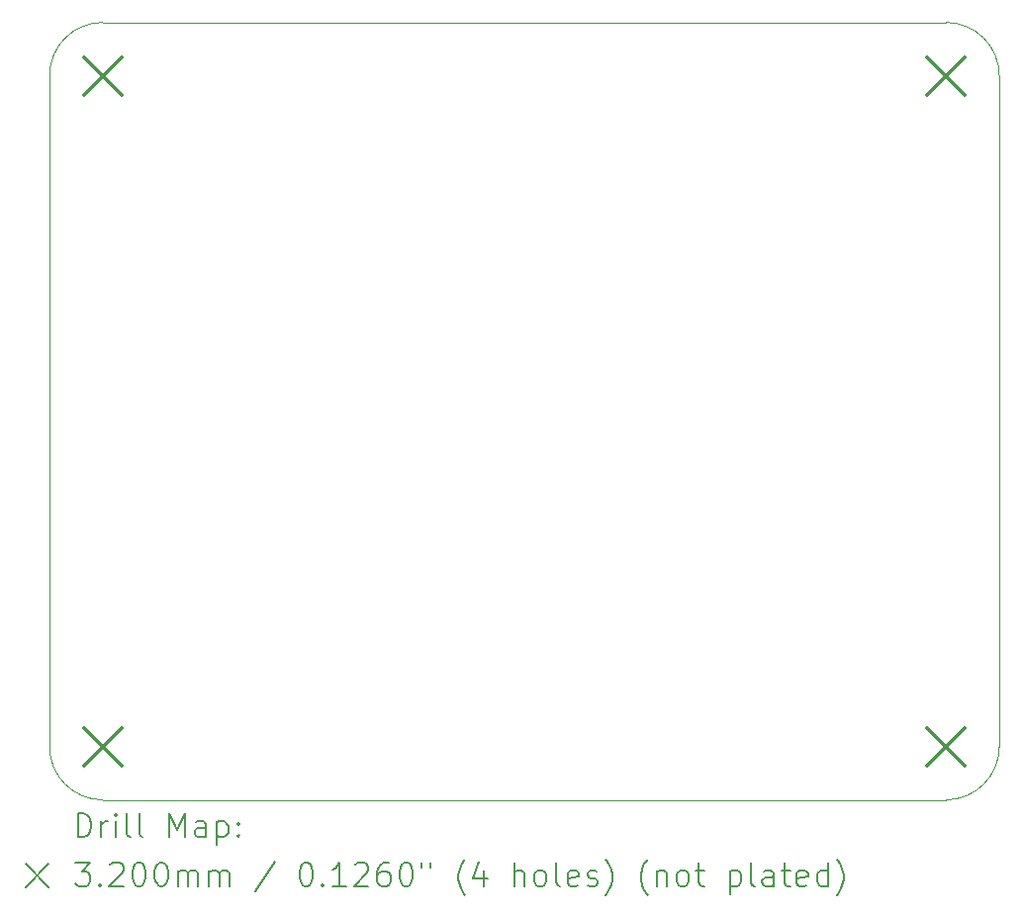
<source format=gbr>
%TF.GenerationSoftware,KiCad,Pcbnew,7.0.1*%
%TF.CreationDate,2023-07-05T13:59:51-05:00*%
%TF.ProjectId,shift register mosfet array,73686966-7420-4726-9567-697374657220,rev?*%
%TF.SameCoordinates,Original*%
%TF.FileFunction,Drillmap*%
%TF.FilePolarity,Positive*%
%FSLAX45Y45*%
G04 Gerber Fmt 4.5, Leading zero omitted, Abs format (unit mm)*
G04 Created by KiCad (PCBNEW 7.0.1) date 2023-07-05 13:59:51*
%MOMM*%
%LPD*%
G01*
G04 APERTURE LIST*
%ADD10C,0.100000*%
%ADD11C,0.200000*%
%ADD12C,0.320000*%
G04 APERTURE END LIST*
D10*
X11353800Y-11875900D02*
G75*
G03*
X11811000Y-12333100I457200J0D01*
G01*
X11811000Y-5678300D02*
G75*
G03*
X11353800Y-6135500I0J-457200D01*
G01*
X19024600Y-12333100D02*
G75*
G03*
X19481800Y-11875900I0J457200D01*
G01*
X19481800Y-6135500D02*
G75*
G03*
X19024600Y-5678300I-457200J0D01*
G01*
X11353800Y-6135500D02*
X11353800Y-11875900D01*
X11811000Y-5678300D02*
X19024600Y-5678300D01*
X11811000Y-12333100D02*
X19024600Y-12333100D01*
X19481800Y-6135500D02*
X19481800Y-11875900D01*
D11*
D12*
X11651000Y-5975500D02*
X11971000Y-6295500D01*
X11971000Y-5975500D02*
X11651000Y-6295500D01*
X11651000Y-11715900D02*
X11971000Y-12035900D01*
X11971000Y-11715900D02*
X11651000Y-12035900D01*
X18864600Y-5975500D02*
X19184600Y-6295500D01*
X19184600Y-5975500D02*
X18864600Y-6295500D01*
X18864600Y-11715900D02*
X19184600Y-12035900D01*
X19184600Y-11715900D02*
X18864600Y-12035900D01*
D11*
X11596419Y-12650624D02*
X11596419Y-12450624D01*
X11596419Y-12450624D02*
X11644038Y-12450624D01*
X11644038Y-12450624D02*
X11672609Y-12460148D01*
X11672609Y-12460148D02*
X11691657Y-12479195D01*
X11691657Y-12479195D02*
X11701181Y-12498243D01*
X11701181Y-12498243D02*
X11710705Y-12536338D01*
X11710705Y-12536338D02*
X11710705Y-12564909D01*
X11710705Y-12564909D02*
X11701181Y-12603005D01*
X11701181Y-12603005D02*
X11691657Y-12622052D01*
X11691657Y-12622052D02*
X11672609Y-12641100D01*
X11672609Y-12641100D02*
X11644038Y-12650624D01*
X11644038Y-12650624D02*
X11596419Y-12650624D01*
X11796419Y-12650624D02*
X11796419Y-12517290D01*
X11796419Y-12555386D02*
X11805943Y-12536338D01*
X11805943Y-12536338D02*
X11815467Y-12526814D01*
X11815467Y-12526814D02*
X11834514Y-12517290D01*
X11834514Y-12517290D02*
X11853562Y-12517290D01*
X11920228Y-12650624D02*
X11920228Y-12517290D01*
X11920228Y-12450624D02*
X11910705Y-12460148D01*
X11910705Y-12460148D02*
X11920228Y-12469671D01*
X11920228Y-12469671D02*
X11929752Y-12460148D01*
X11929752Y-12460148D02*
X11920228Y-12450624D01*
X11920228Y-12450624D02*
X11920228Y-12469671D01*
X12044038Y-12650624D02*
X12024990Y-12641100D01*
X12024990Y-12641100D02*
X12015467Y-12622052D01*
X12015467Y-12622052D02*
X12015467Y-12450624D01*
X12148800Y-12650624D02*
X12129752Y-12641100D01*
X12129752Y-12641100D02*
X12120228Y-12622052D01*
X12120228Y-12622052D02*
X12120228Y-12450624D01*
X12377371Y-12650624D02*
X12377371Y-12450624D01*
X12377371Y-12450624D02*
X12444038Y-12593481D01*
X12444038Y-12593481D02*
X12510705Y-12450624D01*
X12510705Y-12450624D02*
X12510705Y-12650624D01*
X12691657Y-12650624D02*
X12691657Y-12545862D01*
X12691657Y-12545862D02*
X12682133Y-12526814D01*
X12682133Y-12526814D02*
X12663086Y-12517290D01*
X12663086Y-12517290D02*
X12624990Y-12517290D01*
X12624990Y-12517290D02*
X12605943Y-12526814D01*
X12691657Y-12641100D02*
X12672609Y-12650624D01*
X12672609Y-12650624D02*
X12624990Y-12650624D01*
X12624990Y-12650624D02*
X12605943Y-12641100D01*
X12605943Y-12641100D02*
X12596419Y-12622052D01*
X12596419Y-12622052D02*
X12596419Y-12603005D01*
X12596419Y-12603005D02*
X12605943Y-12583957D01*
X12605943Y-12583957D02*
X12624990Y-12574433D01*
X12624990Y-12574433D02*
X12672609Y-12574433D01*
X12672609Y-12574433D02*
X12691657Y-12564909D01*
X12786895Y-12517290D02*
X12786895Y-12717290D01*
X12786895Y-12526814D02*
X12805943Y-12517290D01*
X12805943Y-12517290D02*
X12844038Y-12517290D01*
X12844038Y-12517290D02*
X12863086Y-12526814D01*
X12863086Y-12526814D02*
X12872609Y-12536338D01*
X12872609Y-12536338D02*
X12882133Y-12555386D01*
X12882133Y-12555386D02*
X12882133Y-12612528D01*
X12882133Y-12612528D02*
X12872609Y-12631576D01*
X12872609Y-12631576D02*
X12863086Y-12641100D01*
X12863086Y-12641100D02*
X12844038Y-12650624D01*
X12844038Y-12650624D02*
X12805943Y-12650624D01*
X12805943Y-12650624D02*
X12786895Y-12641100D01*
X12967848Y-12631576D02*
X12977371Y-12641100D01*
X12977371Y-12641100D02*
X12967848Y-12650624D01*
X12967848Y-12650624D02*
X12958324Y-12641100D01*
X12958324Y-12641100D02*
X12967848Y-12631576D01*
X12967848Y-12631576D02*
X12967848Y-12650624D01*
X12967848Y-12526814D02*
X12977371Y-12536338D01*
X12977371Y-12536338D02*
X12967848Y-12545862D01*
X12967848Y-12545862D02*
X12958324Y-12536338D01*
X12958324Y-12536338D02*
X12967848Y-12526814D01*
X12967848Y-12526814D02*
X12967848Y-12545862D01*
X11148800Y-12878100D02*
X11348800Y-13078100D01*
X11348800Y-12878100D02*
X11148800Y-13078100D01*
X11577371Y-12870624D02*
X11701181Y-12870624D01*
X11701181Y-12870624D02*
X11634514Y-12946814D01*
X11634514Y-12946814D02*
X11663086Y-12946814D01*
X11663086Y-12946814D02*
X11682133Y-12956338D01*
X11682133Y-12956338D02*
X11691657Y-12965862D01*
X11691657Y-12965862D02*
X11701181Y-12984909D01*
X11701181Y-12984909D02*
X11701181Y-13032528D01*
X11701181Y-13032528D02*
X11691657Y-13051576D01*
X11691657Y-13051576D02*
X11682133Y-13061100D01*
X11682133Y-13061100D02*
X11663086Y-13070624D01*
X11663086Y-13070624D02*
X11605943Y-13070624D01*
X11605943Y-13070624D02*
X11586895Y-13061100D01*
X11586895Y-13061100D02*
X11577371Y-13051576D01*
X11786895Y-13051576D02*
X11796419Y-13061100D01*
X11796419Y-13061100D02*
X11786895Y-13070624D01*
X11786895Y-13070624D02*
X11777371Y-13061100D01*
X11777371Y-13061100D02*
X11786895Y-13051576D01*
X11786895Y-13051576D02*
X11786895Y-13070624D01*
X11872609Y-12889671D02*
X11882133Y-12880148D01*
X11882133Y-12880148D02*
X11901181Y-12870624D01*
X11901181Y-12870624D02*
X11948800Y-12870624D01*
X11948800Y-12870624D02*
X11967848Y-12880148D01*
X11967848Y-12880148D02*
X11977371Y-12889671D01*
X11977371Y-12889671D02*
X11986895Y-12908719D01*
X11986895Y-12908719D02*
X11986895Y-12927767D01*
X11986895Y-12927767D02*
X11977371Y-12956338D01*
X11977371Y-12956338D02*
X11863086Y-13070624D01*
X11863086Y-13070624D02*
X11986895Y-13070624D01*
X12110705Y-12870624D02*
X12129752Y-12870624D01*
X12129752Y-12870624D02*
X12148800Y-12880148D01*
X12148800Y-12880148D02*
X12158324Y-12889671D01*
X12158324Y-12889671D02*
X12167848Y-12908719D01*
X12167848Y-12908719D02*
X12177371Y-12946814D01*
X12177371Y-12946814D02*
X12177371Y-12994433D01*
X12177371Y-12994433D02*
X12167848Y-13032528D01*
X12167848Y-13032528D02*
X12158324Y-13051576D01*
X12158324Y-13051576D02*
X12148800Y-13061100D01*
X12148800Y-13061100D02*
X12129752Y-13070624D01*
X12129752Y-13070624D02*
X12110705Y-13070624D01*
X12110705Y-13070624D02*
X12091657Y-13061100D01*
X12091657Y-13061100D02*
X12082133Y-13051576D01*
X12082133Y-13051576D02*
X12072609Y-13032528D01*
X12072609Y-13032528D02*
X12063086Y-12994433D01*
X12063086Y-12994433D02*
X12063086Y-12946814D01*
X12063086Y-12946814D02*
X12072609Y-12908719D01*
X12072609Y-12908719D02*
X12082133Y-12889671D01*
X12082133Y-12889671D02*
X12091657Y-12880148D01*
X12091657Y-12880148D02*
X12110705Y-12870624D01*
X12301181Y-12870624D02*
X12320229Y-12870624D01*
X12320229Y-12870624D02*
X12339276Y-12880148D01*
X12339276Y-12880148D02*
X12348800Y-12889671D01*
X12348800Y-12889671D02*
X12358324Y-12908719D01*
X12358324Y-12908719D02*
X12367848Y-12946814D01*
X12367848Y-12946814D02*
X12367848Y-12994433D01*
X12367848Y-12994433D02*
X12358324Y-13032528D01*
X12358324Y-13032528D02*
X12348800Y-13051576D01*
X12348800Y-13051576D02*
X12339276Y-13061100D01*
X12339276Y-13061100D02*
X12320229Y-13070624D01*
X12320229Y-13070624D02*
X12301181Y-13070624D01*
X12301181Y-13070624D02*
X12282133Y-13061100D01*
X12282133Y-13061100D02*
X12272609Y-13051576D01*
X12272609Y-13051576D02*
X12263086Y-13032528D01*
X12263086Y-13032528D02*
X12253562Y-12994433D01*
X12253562Y-12994433D02*
X12253562Y-12946814D01*
X12253562Y-12946814D02*
X12263086Y-12908719D01*
X12263086Y-12908719D02*
X12272609Y-12889671D01*
X12272609Y-12889671D02*
X12282133Y-12880148D01*
X12282133Y-12880148D02*
X12301181Y-12870624D01*
X12453562Y-13070624D02*
X12453562Y-12937290D01*
X12453562Y-12956338D02*
X12463086Y-12946814D01*
X12463086Y-12946814D02*
X12482133Y-12937290D01*
X12482133Y-12937290D02*
X12510705Y-12937290D01*
X12510705Y-12937290D02*
X12529752Y-12946814D01*
X12529752Y-12946814D02*
X12539276Y-12965862D01*
X12539276Y-12965862D02*
X12539276Y-13070624D01*
X12539276Y-12965862D02*
X12548800Y-12946814D01*
X12548800Y-12946814D02*
X12567848Y-12937290D01*
X12567848Y-12937290D02*
X12596419Y-12937290D01*
X12596419Y-12937290D02*
X12615467Y-12946814D01*
X12615467Y-12946814D02*
X12624990Y-12965862D01*
X12624990Y-12965862D02*
X12624990Y-13070624D01*
X12720229Y-13070624D02*
X12720229Y-12937290D01*
X12720229Y-12956338D02*
X12729752Y-12946814D01*
X12729752Y-12946814D02*
X12748800Y-12937290D01*
X12748800Y-12937290D02*
X12777371Y-12937290D01*
X12777371Y-12937290D02*
X12796419Y-12946814D01*
X12796419Y-12946814D02*
X12805943Y-12965862D01*
X12805943Y-12965862D02*
X12805943Y-13070624D01*
X12805943Y-12965862D02*
X12815467Y-12946814D01*
X12815467Y-12946814D02*
X12834514Y-12937290D01*
X12834514Y-12937290D02*
X12863086Y-12937290D01*
X12863086Y-12937290D02*
X12882133Y-12946814D01*
X12882133Y-12946814D02*
X12891657Y-12965862D01*
X12891657Y-12965862D02*
X12891657Y-13070624D01*
X13282133Y-12861100D02*
X13110705Y-13118243D01*
X13539276Y-12870624D02*
X13558324Y-12870624D01*
X13558324Y-12870624D02*
X13577372Y-12880148D01*
X13577372Y-12880148D02*
X13586895Y-12889671D01*
X13586895Y-12889671D02*
X13596419Y-12908719D01*
X13596419Y-12908719D02*
X13605943Y-12946814D01*
X13605943Y-12946814D02*
X13605943Y-12994433D01*
X13605943Y-12994433D02*
X13596419Y-13032528D01*
X13596419Y-13032528D02*
X13586895Y-13051576D01*
X13586895Y-13051576D02*
X13577372Y-13061100D01*
X13577372Y-13061100D02*
X13558324Y-13070624D01*
X13558324Y-13070624D02*
X13539276Y-13070624D01*
X13539276Y-13070624D02*
X13520229Y-13061100D01*
X13520229Y-13061100D02*
X13510705Y-13051576D01*
X13510705Y-13051576D02*
X13501181Y-13032528D01*
X13501181Y-13032528D02*
X13491657Y-12994433D01*
X13491657Y-12994433D02*
X13491657Y-12946814D01*
X13491657Y-12946814D02*
X13501181Y-12908719D01*
X13501181Y-12908719D02*
X13510705Y-12889671D01*
X13510705Y-12889671D02*
X13520229Y-12880148D01*
X13520229Y-12880148D02*
X13539276Y-12870624D01*
X13691657Y-13051576D02*
X13701181Y-13061100D01*
X13701181Y-13061100D02*
X13691657Y-13070624D01*
X13691657Y-13070624D02*
X13682133Y-13061100D01*
X13682133Y-13061100D02*
X13691657Y-13051576D01*
X13691657Y-13051576D02*
X13691657Y-13070624D01*
X13891657Y-13070624D02*
X13777372Y-13070624D01*
X13834514Y-13070624D02*
X13834514Y-12870624D01*
X13834514Y-12870624D02*
X13815467Y-12899195D01*
X13815467Y-12899195D02*
X13796419Y-12918243D01*
X13796419Y-12918243D02*
X13777372Y-12927767D01*
X13967848Y-12889671D02*
X13977372Y-12880148D01*
X13977372Y-12880148D02*
X13996419Y-12870624D01*
X13996419Y-12870624D02*
X14044038Y-12870624D01*
X14044038Y-12870624D02*
X14063086Y-12880148D01*
X14063086Y-12880148D02*
X14072610Y-12889671D01*
X14072610Y-12889671D02*
X14082133Y-12908719D01*
X14082133Y-12908719D02*
X14082133Y-12927767D01*
X14082133Y-12927767D02*
X14072610Y-12956338D01*
X14072610Y-12956338D02*
X13958324Y-13070624D01*
X13958324Y-13070624D02*
X14082133Y-13070624D01*
X14253562Y-12870624D02*
X14215467Y-12870624D01*
X14215467Y-12870624D02*
X14196419Y-12880148D01*
X14196419Y-12880148D02*
X14186895Y-12889671D01*
X14186895Y-12889671D02*
X14167848Y-12918243D01*
X14167848Y-12918243D02*
X14158324Y-12956338D01*
X14158324Y-12956338D02*
X14158324Y-13032528D01*
X14158324Y-13032528D02*
X14167848Y-13051576D01*
X14167848Y-13051576D02*
X14177372Y-13061100D01*
X14177372Y-13061100D02*
X14196419Y-13070624D01*
X14196419Y-13070624D02*
X14234514Y-13070624D01*
X14234514Y-13070624D02*
X14253562Y-13061100D01*
X14253562Y-13061100D02*
X14263086Y-13051576D01*
X14263086Y-13051576D02*
X14272610Y-13032528D01*
X14272610Y-13032528D02*
X14272610Y-12984909D01*
X14272610Y-12984909D02*
X14263086Y-12965862D01*
X14263086Y-12965862D02*
X14253562Y-12956338D01*
X14253562Y-12956338D02*
X14234514Y-12946814D01*
X14234514Y-12946814D02*
X14196419Y-12946814D01*
X14196419Y-12946814D02*
X14177372Y-12956338D01*
X14177372Y-12956338D02*
X14167848Y-12965862D01*
X14167848Y-12965862D02*
X14158324Y-12984909D01*
X14396419Y-12870624D02*
X14415467Y-12870624D01*
X14415467Y-12870624D02*
X14434514Y-12880148D01*
X14434514Y-12880148D02*
X14444038Y-12889671D01*
X14444038Y-12889671D02*
X14453562Y-12908719D01*
X14453562Y-12908719D02*
X14463086Y-12946814D01*
X14463086Y-12946814D02*
X14463086Y-12994433D01*
X14463086Y-12994433D02*
X14453562Y-13032528D01*
X14453562Y-13032528D02*
X14444038Y-13051576D01*
X14444038Y-13051576D02*
X14434514Y-13061100D01*
X14434514Y-13061100D02*
X14415467Y-13070624D01*
X14415467Y-13070624D02*
X14396419Y-13070624D01*
X14396419Y-13070624D02*
X14377372Y-13061100D01*
X14377372Y-13061100D02*
X14367848Y-13051576D01*
X14367848Y-13051576D02*
X14358324Y-13032528D01*
X14358324Y-13032528D02*
X14348800Y-12994433D01*
X14348800Y-12994433D02*
X14348800Y-12946814D01*
X14348800Y-12946814D02*
X14358324Y-12908719D01*
X14358324Y-12908719D02*
X14367848Y-12889671D01*
X14367848Y-12889671D02*
X14377372Y-12880148D01*
X14377372Y-12880148D02*
X14396419Y-12870624D01*
X14539276Y-12870624D02*
X14539276Y-12908719D01*
X14615467Y-12870624D02*
X14615467Y-12908719D01*
X14910705Y-13146814D02*
X14901181Y-13137290D01*
X14901181Y-13137290D02*
X14882134Y-13108719D01*
X14882134Y-13108719D02*
X14872610Y-13089671D01*
X14872610Y-13089671D02*
X14863086Y-13061100D01*
X14863086Y-13061100D02*
X14853562Y-13013481D01*
X14853562Y-13013481D02*
X14853562Y-12975386D01*
X14853562Y-12975386D02*
X14863086Y-12927767D01*
X14863086Y-12927767D02*
X14872610Y-12899195D01*
X14872610Y-12899195D02*
X14882134Y-12880148D01*
X14882134Y-12880148D02*
X14901181Y-12851576D01*
X14901181Y-12851576D02*
X14910705Y-12842052D01*
X15072610Y-12937290D02*
X15072610Y-13070624D01*
X15024991Y-12861100D02*
X14977372Y-13003957D01*
X14977372Y-13003957D02*
X15101181Y-13003957D01*
X15329753Y-13070624D02*
X15329753Y-12870624D01*
X15415467Y-13070624D02*
X15415467Y-12965862D01*
X15415467Y-12965862D02*
X15405943Y-12946814D01*
X15405943Y-12946814D02*
X15386896Y-12937290D01*
X15386896Y-12937290D02*
X15358324Y-12937290D01*
X15358324Y-12937290D02*
X15339276Y-12946814D01*
X15339276Y-12946814D02*
X15329753Y-12956338D01*
X15539276Y-13070624D02*
X15520229Y-13061100D01*
X15520229Y-13061100D02*
X15510705Y-13051576D01*
X15510705Y-13051576D02*
X15501181Y-13032528D01*
X15501181Y-13032528D02*
X15501181Y-12975386D01*
X15501181Y-12975386D02*
X15510705Y-12956338D01*
X15510705Y-12956338D02*
X15520229Y-12946814D01*
X15520229Y-12946814D02*
X15539276Y-12937290D01*
X15539276Y-12937290D02*
X15567848Y-12937290D01*
X15567848Y-12937290D02*
X15586896Y-12946814D01*
X15586896Y-12946814D02*
X15596419Y-12956338D01*
X15596419Y-12956338D02*
X15605943Y-12975386D01*
X15605943Y-12975386D02*
X15605943Y-13032528D01*
X15605943Y-13032528D02*
X15596419Y-13051576D01*
X15596419Y-13051576D02*
X15586896Y-13061100D01*
X15586896Y-13061100D02*
X15567848Y-13070624D01*
X15567848Y-13070624D02*
X15539276Y-13070624D01*
X15720229Y-13070624D02*
X15701181Y-13061100D01*
X15701181Y-13061100D02*
X15691657Y-13042052D01*
X15691657Y-13042052D02*
X15691657Y-12870624D01*
X15872610Y-13061100D02*
X15853562Y-13070624D01*
X15853562Y-13070624D02*
X15815467Y-13070624D01*
X15815467Y-13070624D02*
X15796419Y-13061100D01*
X15796419Y-13061100D02*
X15786896Y-13042052D01*
X15786896Y-13042052D02*
X15786896Y-12965862D01*
X15786896Y-12965862D02*
X15796419Y-12946814D01*
X15796419Y-12946814D02*
X15815467Y-12937290D01*
X15815467Y-12937290D02*
X15853562Y-12937290D01*
X15853562Y-12937290D02*
X15872610Y-12946814D01*
X15872610Y-12946814D02*
X15882134Y-12965862D01*
X15882134Y-12965862D02*
X15882134Y-12984909D01*
X15882134Y-12984909D02*
X15786896Y-13003957D01*
X15958324Y-13061100D02*
X15977372Y-13070624D01*
X15977372Y-13070624D02*
X16015467Y-13070624D01*
X16015467Y-13070624D02*
X16034515Y-13061100D01*
X16034515Y-13061100D02*
X16044038Y-13042052D01*
X16044038Y-13042052D02*
X16044038Y-13032528D01*
X16044038Y-13032528D02*
X16034515Y-13013481D01*
X16034515Y-13013481D02*
X16015467Y-13003957D01*
X16015467Y-13003957D02*
X15986896Y-13003957D01*
X15986896Y-13003957D02*
X15967848Y-12994433D01*
X15967848Y-12994433D02*
X15958324Y-12975386D01*
X15958324Y-12975386D02*
X15958324Y-12965862D01*
X15958324Y-12965862D02*
X15967848Y-12946814D01*
X15967848Y-12946814D02*
X15986896Y-12937290D01*
X15986896Y-12937290D02*
X16015467Y-12937290D01*
X16015467Y-12937290D02*
X16034515Y-12946814D01*
X16110705Y-13146814D02*
X16120229Y-13137290D01*
X16120229Y-13137290D02*
X16139277Y-13108719D01*
X16139277Y-13108719D02*
X16148800Y-13089671D01*
X16148800Y-13089671D02*
X16158324Y-13061100D01*
X16158324Y-13061100D02*
X16167848Y-13013481D01*
X16167848Y-13013481D02*
X16167848Y-12975386D01*
X16167848Y-12975386D02*
X16158324Y-12927767D01*
X16158324Y-12927767D02*
X16148800Y-12899195D01*
X16148800Y-12899195D02*
X16139277Y-12880148D01*
X16139277Y-12880148D02*
X16120229Y-12851576D01*
X16120229Y-12851576D02*
X16110705Y-12842052D01*
X16472610Y-13146814D02*
X16463086Y-13137290D01*
X16463086Y-13137290D02*
X16444038Y-13108719D01*
X16444038Y-13108719D02*
X16434515Y-13089671D01*
X16434515Y-13089671D02*
X16424991Y-13061100D01*
X16424991Y-13061100D02*
X16415467Y-13013481D01*
X16415467Y-13013481D02*
X16415467Y-12975386D01*
X16415467Y-12975386D02*
X16424991Y-12927767D01*
X16424991Y-12927767D02*
X16434515Y-12899195D01*
X16434515Y-12899195D02*
X16444038Y-12880148D01*
X16444038Y-12880148D02*
X16463086Y-12851576D01*
X16463086Y-12851576D02*
X16472610Y-12842052D01*
X16548800Y-12937290D02*
X16548800Y-13070624D01*
X16548800Y-12956338D02*
X16558324Y-12946814D01*
X16558324Y-12946814D02*
X16577372Y-12937290D01*
X16577372Y-12937290D02*
X16605943Y-12937290D01*
X16605943Y-12937290D02*
X16624991Y-12946814D01*
X16624991Y-12946814D02*
X16634515Y-12965862D01*
X16634515Y-12965862D02*
X16634515Y-13070624D01*
X16758324Y-13070624D02*
X16739277Y-13061100D01*
X16739277Y-13061100D02*
X16729753Y-13051576D01*
X16729753Y-13051576D02*
X16720229Y-13032528D01*
X16720229Y-13032528D02*
X16720229Y-12975386D01*
X16720229Y-12975386D02*
X16729753Y-12956338D01*
X16729753Y-12956338D02*
X16739277Y-12946814D01*
X16739277Y-12946814D02*
X16758324Y-12937290D01*
X16758324Y-12937290D02*
X16786896Y-12937290D01*
X16786896Y-12937290D02*
X16805943Y-12946814D01*
X16805943Y-12946814D02*
X16815467Y-12956338D01*
X16815467Y-12956338D02*
X16824991Y-12975386D01*
X16824991Y-12975386D02*
X16824991Y-13032528D01*
X16824991Y-13032528D02*
X16815467Y-13051576D01*
X16815467Y-13051576D02*
X16805943Y-13061100D01*
X16805943Y-13061100D02*
X16786896Y-13070624D01*
X16786896Y-13070624D02*
X16758324Y-13070624D01*
X16882134Y-12937290D02*
X16958324Y-12937290D01*
X16910705Y-12870624D02*
X16910705Y-13042052D01*
X16910705Y-13042052D02*
X16920229Y-13061100D01*
X16920229Y-13061100D02*
X16939277Y-13070624D01*
X16939277Y-13070624D02*
X16958324Y-13070624D01*
X17177372Y-12937290D02*
X17177372Y-13137290D01*
X17177372Y-12946814D02*
X17196420Y-12937290D01*
X17196420Y-12937290D02*
X17234515Y-12937290D01*
X17234515Y-12937290D02*
X17253562Y-12946814D01*
X17253562Y-12946814D02*
X17263086Y-12956338D01*
X17263086Y-12956338D02*
X17272610Y-12975386D01*
X17272610Y-12975386D02*
X17272610Y-13032528D01*
X17272610Y-13032528D02*
X17263086Y-13051576D01*
X17263086Y-13051576D02*
X17253562Y-13061100D01*
X17253562Y-13061100D02*
X17234515Y-13070624D01*
X17234515Y-13070624D02*
X17196420Y-13070624D01*
X17196420Y-13070624D02*
X17177372Y-13061100D01*
X17386896Y-13070624D02*
X17367848Y-13061100D01*
X17367848Y-13061100D02*
X17358324Y-13042052D01*
X17358324Y-13042052D02*
X17358324Y-12870624D01*
X17548801Y-13070624D02*
X17548801Y-12965862D01*
X17548801Y-12965862D02*
X17539277Y-12946814D01*
X17539277Y-12946814D02*
X17520229Y-12937290D01*
X17520229Y-12937290D02*
X17482134Y-12937290D01*
X17482134Y-12937290D02*
X17463086Y-12946814D01*
X17548801Y-13061100D02*
X17529753Y-13070624D01*
X17529753Y-13070624D02*
X17482134Y-13070624D01*
X17482134Y-13070624D02*
X17463086Y-13061100D01*
X17463086Y-13061100D02*
X17453562Y-13042052D01*
X17453562Y-13042052D02*
X17453562Y-13023005D01*
X17453562Y-13023005D02*
X17463086Y-13003957D01*
X17463086Y-13003957D02*
X17482134Y-12994433D01*
X17482134Y-12994433D02*
X17529753Y-12994433D01*
X17529753Y-12994433D02*
X17548801Y-12984909D01*
X17615467Y-12937290D02*
X17691658Y-12937290D01*
X17644039Y-12870624D02*
X17644039Y-13042052D01*
X17644039Y-13042052D02*
X17653562Y-13061100D01*
X17653562Y-13061100D02*
X17672610Y-13070624D01*
X17672610Y-13070624D02*
X17691658Y-13070624D01*
X17834515Y-13061100D02*
X17815467Y-13070624D01*
X17815467Y-13070624D02*
X17777372Y-13070624D01*
X17777372Y-13070624D02*
X17758324Y-13061100D01*
X17758324Y-13061100D02*
X17748801Y-13042052D01*
X17748801Y-13042052D02*
X17748801Y-12965862D01*
X17748801Y-12965862D02*
X17758324Y-12946814D01*
X17758324Y-12946814D02*
X17777372Y-12937290D01*
X17777372Y-12937290D02*
X17815467Y-12937290D01*
X17815467Y-12937290D02*
X17834515Y-12946814D01*
X17834515Y-12946814D02*
X17844039Y-12965862D01*
X17844039Y-12965862D02*
X17844039Y-12984909D01*
X17844039Y-12984909D02*
X17748801Y-13003957D01*
X18015467Y-13070624D02*
X18015467Y-12870624D01*
X18015467Y-13061100D02*
X17996420Y-13070624D01*
X17996420Y-13070624D02*
X17958324Y-13070624D01*
X17958324Y-13070624D02*
X17939277Y-13061100D01*
X17939277Y-13061100D02*
X17929753Y-13051576D01*
X17929753Y-13051576D02*
X17920229Y-13032528D01*
X17920229Y-13032528D02*
X17920229Y-12975386D01*
X17920229Y-12975386D02*
X17929753Y-12956338D01*
X17929753Y-12956338D02*
X17939277Y-12946814D01*
X17939277Y-12946814D02*
X17958324Y-12937290D01*
X17958324Y-12937290D02*
X17996420Y-12937290D01*
X17996420Y-12937290D02*
X18015467Y-12946814D01*
X18091658Y-13146814D02*
X18101182Y-13137290D01*
X18101182Y-13137290D02*
X18120229Y-13108719D01*
X18120229Y-13108719D02*
X18129753Y-13089671D01*
X18129753Y-13089671D02*
X18139277Y-13061100D01*
X18139277Y-13061100D02*
X18148801Y-13013481D01*
X18148801Y-13013481D02*
X18148801Y-12975386D01*
X18148801Y-12975386D02*
X18139277Y-12927767D01*
X18139277Y-12927767D02*
X18129753Y-12899195D01*
X18129753Y-12899195D02*
X18120229Y-12880148D01*
X18120229Y-12880148D02*
X18101182Y-12851576D01*
X18101182Y-12851576D02*
X18091658Y-12842052D01*
M02*

</source>
